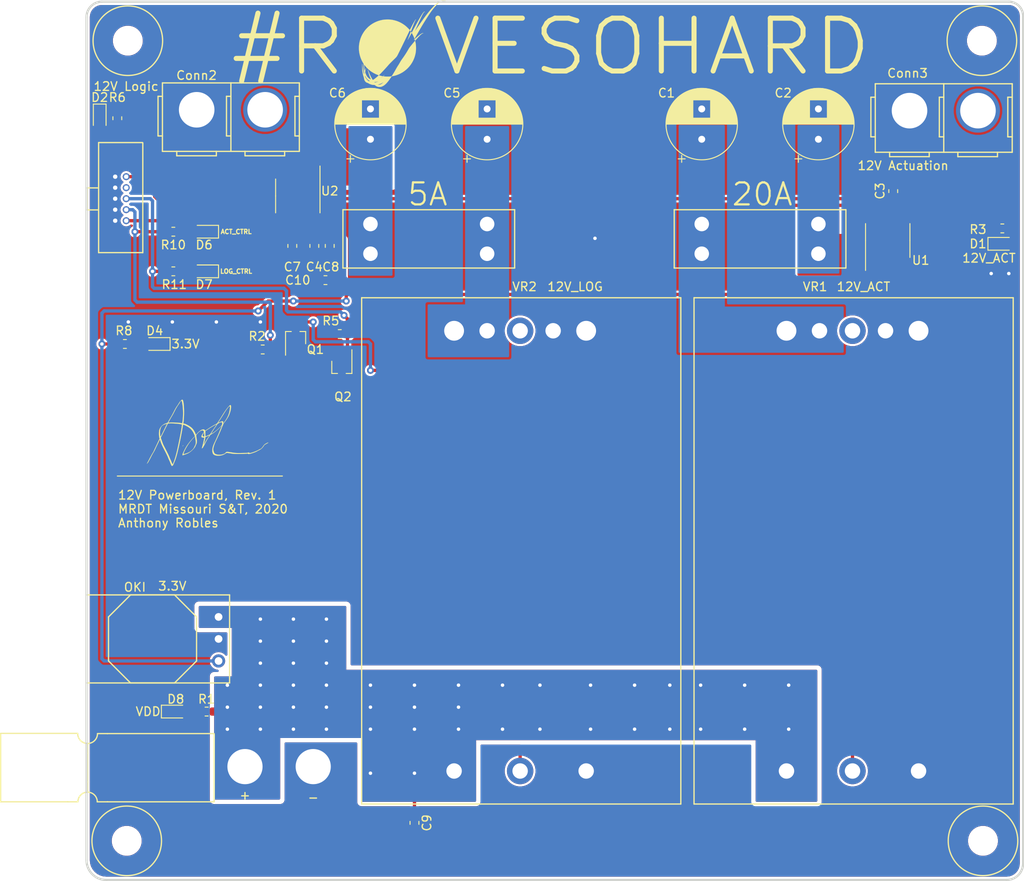
<source format=kicad_pcb>
(kicad_pcb (version 20171130) (host pcbnew "(5.1.4)-1")
  (layers (0 F.Cu signal) (31 B.Cu signal) (34 B.Paste user) (35 F.Paste user) (36 B.SilkS user) (37 F.SilkS user) (38 B.Mask user) (39 F.Mask user) (44 Edge.Cuts user))
  (net 0 "")
  (net 1 GND)
  (net 2 "Net-(C1-Pad1)")
  (net 3 "Net-(C2-Pad1)")
  (net 4 "Net-(C3-Pad1)")
  (net 5 +3V3)
  (net 6 "Net-(C5-Pad1)")
  (net 7 "Net-(C6-Pad1)")
  (net 8 "Net-(C7-Pad1)")
  (net 9 LOG_CTRL)
  (net 10 "Net-(D1-Pad2)")
  (net 11 "Net-(D2-Pad2)")
  (net 12 "Net-(Q1-Pad3)")
  (net 13 "Net-(Q2-Pad3)")
  (net 14 "Net-(VR1-Pad6)")
  (net 15 "Net-(VR2-Pad6)")
  (net 16 VDD)
  (net 17 12V_LOG)
  (net 18 12V_ACT)
  (net 19 ACT_CTRL)
  (net 20 ACT_IMES)
  (net 21 LOG_IMES)
  (net 22 "Net-(D4-Pad2)")
  (net 23 "Net-(D6-Pad2)")
  (net 24 "Net-(D7-Pad2)")
  (net 25 "Net-(D8-Pad2)")
  (net 26 "Net-(Conn4-Pad4)")
  (module MRDT_Silkscreens:0_MRDT_Logo_10mm (layer F.Cu) (at 168.783 59.309)
    (fp_text reference G*** hide)
    (fp_text value LOGO hide)
  )
  (module MRDT_Drill_Holes:4_40_Hole_Corner (layer F.Cu) (at 231.775 155.321)
    (fp_text reference REF** hide)
    (fp_text value 4_40_Hole hide)
    (pad "" np_thru_hole circle (at 4.00812 -4.00812) (size 2.9464 2.9464) (drill 2.9464) (layers *.Cu *.Mask))
  )
  (module MRDT_Drill_Holes:4_40_Hole_Corner (layer F.Cu) (at 132.969 155.321)
    (fp_text reference REF** hide)
    (fp_text value 4_40_Hole hide)
    (pad "" np_thru_hole circle (at 4.00812 -4.00812) (size 2.9464 2.9464) (drill 2.9464) (layers *.Cu *.Mask))
  )
  (module MRDT_Drill_Holes:4_40_Hole_Corner (layer F.Cu) (at 231.648 62.992)
    (fp_text reference REF** hide)
    (fp_text value 4_40_Hole hide)
    (pad "" np_thru_hole circle (at 4.00812 -4.00812) (size 2.9464 2.9464) (drill 2.9464) (layers *.Cu *.Mask))
  )
  (module MRDT_Drill_Holes:4_40_Hole_Corner (layer F.Cu) (at 133.096 62.992)
    (fp_text reference REF** hide)
    (fp_text value 4_40_Hole hide)
    (pad "" np_thru_hole circle (at 4.00812 -4.00812) (size 2.9464 2.9464) (drill 2.9464) (layers *.Cu *.Mask))
  )
  (module PowerBoard_Hardware:z_sig_Anthony_Robles_15mmx8.2mm (layer F.Cu) (at 146.05 104.14)
    (fp_text reference G*** hide)
    (fp_text value LOGO hide)
  )
  (module MRDT_Connectors:JTAG_ARM_Connector_10_Pin (layer F.Cu) (at 135.636 74.676)
    (fp_text reference Conn4 hide)
    (fp_text value Male_Headers)
    (pad 10 thru_hole circle (at 1.28 5.08) (size 0.8 0.8) (drill 0.5) (layers *.Cu *.Mask) (net 21 LOG_IMES))
    (pad 9 thru_hole circle (at 0.01 5.08) (size 0.8 0.8) (drill 0.5) (layers *.Cu *.Mask) (net 1 GND))
    (pad 8 thru_hole circle (at 1.28 3.81) (size 0.8 0.8) (drill 0.5) (layers *.Cu *.Mask) (net 19 ACT_CTRL))
    (pad 7 thru_hole circle (at 0.01 3.81) (size 0.8 0.8) (drill 0.5) (layers *.Cu *.Mask) (net 1 GND))
    (pad 6 thru_hole circle (at 1.28 2.54) (size 0.8 0.8) (drill 0.5) (layers *.Cu *.Mask) (net 9 LOG_CTRL))
    (pad 5 thru_hole circle (at 0.01 2.54) (size 0.8 0.8) (drill 0.5) (layers *.Cu *.Mask) (net 1 GND))
    (pad 4 thru_hole circle (at 1.28 1.27) (size 0.8 0.8) (drill 0.5) (layers *.Cu *.Mask) (net 26 "Net-(Conn4-Pad4)"))
    (pad 3 thru_hole circle (at 0.01 1.27) (size 0.8 0.8) (drill 0.5) (layers *.Cu *.Mask) (net 1 GND))
    (pad 2 thru_hole circle (at 1.28 0) (size 0.8 0.8) (drill 0.5) (layers *.Cu *.Mask) (net 20 ACT_IMES))
    (pad 1 thru_hole circle (at 0.01 0) (size 0.8 0.8) (drill 0.5) (layers *.Cu *.Mask) (net 1 GND))
  )
  (module MRDT_Connectors:Anderson_2_Horizontal_Stacked (layer F.Cu) (at 150.622 142.748)
    (fp_text reference Conn1 hide)
    (fp_text value AndersonPP)
    (pad 1 thru_hole circle (at 7.874 0) (size 5.08 5.08) (drill 4.06) (layers *.Cu *.Mask F.Paste) (net 1 GND))
    (pad 4 thru_hole circle (at 0 0) (size 5.08 5.08) (drill 4.06) (layers *.Cu *.Mask F.Paste) (net 16 VDD))
  )
  (module MRDT_Devices:Q36SR12020NRFA (layer F.Cu) (at 200.914 147.066 90)
    (fp_text reference VR2 (at 59.69 -18.034 180) (layer F.SilkS))
    (fp_text value Q36SR12020NRFA)
    (pad 5 thru_hole circle (at 54.61 -14.732 90) (size 3.048 3.048) (drill 1.778) (layers *.Cu *.Mask) (net 1 GND))
    (pad 6 thru_hole circle (at 54.61 -18.542 90) (size 3.048 3.048) (drill 1.778) (layers *.Cu *.Mask) (net 15 "Net-(VR2-Pad6)"))
    (pad 7 thru_hole circle (at 54.61 -22.352 90) (size 3.048 3.048) (drill 1.778) (layers *.Cu *.Mask) (net 6 "Net-(C5-Pad1)"))
    (pad 8 thru_hole circle (at 54.61 -26.162 90) (size 3.81 3.81) (drill 2.286) (layers *.Cu *.Mask) (net 6 "Net-(C5-Pad1)"))
    (pad 4 thru_hole circle (at 54.61 -10.922 90) (size 3.81 3.81) (drill 2.286) (layers *.Cu *.Mask) (net 1 GND))
    (pad 1 thru_hole circle (at 3.81 -26.162 90) (size 3.048 3.048) (drill 1.778) (layers *.Cu *.Mask) (net 16 VDD))
    (pad 2 thru_hole circle (at 3.81 -18.542 90) (size 3.048 3.048) (drill 1.778) (layers *.Cu *.Mask) (net 13 "Net-(Q2-Pad3)"))
    (pad 3 thru_hole circle (at 3.81 -10.922 90) (size 3.048 3.048) (drill 1.778) (layers *.Cu *.Mask) (net 1 GND))
  )
  (module Package_TO_SOT_SMD:SOT-323_SC-70_Handsoldering (layer F.Cu) (at 161.798 96.647 270)
    (fp_text reference Q2 (at 3.429 -0.127 180) (layer F.SilkS))
    (fp_text value BSS138)
    (pad 1 smd rect (at -1.33 -0.65 180) (size 0.45 1.5) (layers F.Cu F.Paste F.Mask) (net 9 LOG_CTRL))
    (pad 2 smd rect (at -1.33 0.65 180) (size 0.45 1.5) (layers F.Cu F.Paste F.Mask) (net 1 GND))
    (pad 3 smd rect (at 1.33 0 180) (size 0.45 1.5) (layers F.Cu F.Paste F.Mask) (net 13 "Net-(Q2-Pad3)"))
  )
  (module Package_TO_SOT_SMD:SOT-323_SC-70_Handsoldering (layer F.Cu) (at 156.464 93.278 90)
    (fp_text reference Q1 (at -1.337 2.286 180) (layer F.SilkS))
    (fp_text value BSS138)
    (pad 3 smd rect (at 1.33 0) (size 0.45 1.5) (layers F.Cu F.Paste F.Mask) (net 12 "Net-(Q1-Pad3)"))
    (pad 2 smd rect (at -1.33 0.65) (size 0.45 1.5) (layers F.Cu F.Paste F.Mask) (net 1 GND))
    (pad 1 smd rect (at -1.33 -0.65) (size 0.45 1.5) (layers F.Cu F.Paste F.Mask) (net 19 ACT_CTRL))
  )
  (module Capacitor_THT:CP_Radial_D8.0mm_P3.50mm (layer F.Cu) (at 165.1 70.358 90)
    (fp_text reference C6 (at 5.334 -3.81 180) (layer F.SilkS))
    (fp_text value 330uF)
    (pad 2 thru_hole circle (at 3.5 0 90) (size 1.6 1.6) (drill 0.8) (layers *.Cu *.Mask) (net 1 GND))
    (pad 1 thru_hole rect (at 0 0 90) (size 1.6 1.6) (drill 0.8) (layers *.Cu *.Mask) (net 7 "Net-(C6-Pad1)"))
  )
  (module Capacitor_THT:CP_Radial_D8.0mm_P3.50mm (layer F.Cu) (at 178.562 70.358 90)
    (fp_text reference C5 (at 5.334 -4.064 180) (layer F.SilkS))
    (fp_text value 330uF)
    (pad 2 thru_hole circle (at 3.5 0 90) (size 1.6 1.6) (drill 0.8) (layers *.Cu *.Mask) (net 1 GND))
    (pad 1 thru_hole rect (at 0 0 90) (size 1.6 1.6) (drill 0.8) (layers *.Cu *.Mask) (net 6 "Net-(C5-Pad1)"))
  )
  (module Capacitor_THT:CP_Radial_D8.0mm_P3.50mm (layer F.Cu) (at 216.789 70.358 90)
    (fp_text reference C2 (at 5.334 -4.064 180) (layer F.SilkS))
    (fp_text value 330uF)
    (pad 2 thru_hole circle (at 3.5 0 90) (size 1.6 1.6) (drill 0.8) (layers *.Cu *.Mask) (net 1 GND))
    (pad 1 thru_hole rect (at 0 0 90) (size 1.6 1.6) (drill 0.8) (layers *.Cu *.Mask) (net 3 "Net-(C2-Pad1)"))
  )
  (module Capacitor_THT:CP_Radial_D8.0mm_P3.50mm (layer F.Cu) (at 203.327 70.358 90)
    (fp_text reference C1 (at 5.334 -4.064 180) (layer F.SilkS))
    (fp_text value 330uF)
    (pad 2 thru_hole circle (at 3.5 0 90) (size 1.6 1.6) (drill 0.8) (layers *.Cu *.Mask) (net 1 GND))
    (pad 1 thru_hole rect (at 0 0 90) (size 1.6 1.6) (drill 0.8) (layers *.Cu *.Mask) (net 2 "Net-(C1-Pad1)"))
  )
  (module MRDT_Devices:OKI_Horizontal (layer F.Cu) (at 148.844 122.936 270)
    (fp_text reference U5 hide)
    (fp_text value OKI (at -0.889 10.922 180) (layer F.SilkS))
    (pad 1 thru_hole circle (at 2.54 1.27 270) (size 1.524 1.524) (drill 0.889) (layers *.Cu *.Mask) (net 16 VDD))
    (pad 2 thru_hole circle (at 5.08 1.27 270) (size 1.524 1.524) (drill 0.889) (layers *.Cu *.Mask) (net 1 GND))
    (pad 3 thru_hole circle (at 7.62 1.27 270) (size 1.524 1.524) (drill 0.889) (layers *.Cu *.Mask) (net 5 +3V3))
  )
  (module Capacitor_SMD:C_0603_1608Metric_Pad1.05x0.95mm_HandSolder (layer F.Cu) (at 160.401 82.663 270)
    (fp_text reference C8 (at 2.427 -0.127 180) (layer F.SilkS))
    (fp_text value 0.1uF)
    (pad 2 smd roundrect (at 0.875 0 270) (size 1.05 0.95) (layers F.Cu F.Paste F.Mask) (net 1 GND))
    (pad 1 smd roundrect (at -0.875 0 270) (size 1.05 0.95) (layers F.Cu F.Paste F.Mask) (net 5 +3V3))
  )
  (module Capacitor_SMD:C_0603_1608Metric_Pad1.05x0.95mm_HandSolder (layer F.Cu) (at 156.083 82.663 270)
    (fp_text reference C7 (at 2.427 0 180) (layer F.SilkS))
    (fp_text value 1nF)
    (pad 2 smd roundrect (at 0.875 0 270) (size 1.05 0.95) (layers F.Cu F.Paste F.Mask) (net 1 GND))
    (pad 1 smd roundrect (at -0.875 0 270) (size 1.05 0.95) (layers F.Cu F.Paste F.Mask) (net 8 "Net-(C7-Pad1)"))
  )
  (module Capacitor_SMD:C_0603_1608Metric_Pad1.05x0.95mm_HandSolder (layer F.Cu) (at 158.623 82.663 270)
    (fp_text reference C4 (at 2.427 0 180) (layer F.SilkS))
    (fp_text value 0.1uF)
    (pad 2 smd roundrect (at 0.875 0 270) (size 1.05 0.95) (layers F.Cu F.Paste F.Mask) (net 1 GND))
    (pad 1 smd roundrect (at -0.875 0 270) (size 1.05 0.95) (layers F.Cu F.Paste F.Mask) (net 5 +3V3))
  )
  (module Capacitor_SMD:C_0603_1608Metric_Pad1.05x0.95mm_HandSolder (layer F.Cu) (at 225.425 76.341 90)
    (fp_text reference C3 (at 0.014 -1.524 90) (layer F.SilkS))
    (fp_text value 1nF)
    (pad 2 smd roundrect (at 0.875 0 90) (size 1.05 0.95) (layers F.Cu F.Paste F.Mask) (net 1 GND))
    (pad 1 smd roundrect (at -0.875 0 90) (size 1.05 0.95) (layers F.Cu F.Paste F.Mask) (net 4 "Net-(C3-Pad1)"))
  )
  (module MRDT_Connectors:Anderson_2_Vertical_Sidy_by_Side (layer F.Cu) (at 141.097 71.755)
    (fp_text reference Conn2 (at 3.937 -8.763) (layer F.SilkS))
    (fp_text value AndersonPP hide)
    (pad 2 thru_hole circle (at 11.85 -4.8 270) (size 5.08 5.08) (drill 4.104006) (layers *.Cu *.Mask) (net 17 12V_LOG))
    (pad 1 thru_hole circle (at 3.95 -4.8 270) (size 5.08 5.08) (drill 4.104006) (layers *.Cu *.Mask) (net 1 GND))
  )
  (module MRDT_Devices:Q36SR12020NRFA (layer F.Cu) (at 239.268 147.066 90)
    (fp_text reference VR1 (at 59.69 -22.86 180) (layer F.SilkS))
    (fp_text value Q36SR12020NRFA)
    (pad 5 thru_hole circle (at 54.61 -14.732 90) (size 3.048 3.048) (drill 1.778) (layers *.Cu *.Mask) (net 1 GND))
    (pad 6 thru_hole circle (at 54.61 -18.542 90) (size 3.048 3.048) (drill 1.778) (layers *.Cu *.Mask) (net 14 "Net-(VR1-Pad6)"))
    (pad 7 thru_hole circle (at 54.61 -22.352 90) (size 3.048 3.048) (drill 1.778) (layers *.Cu *.Mask) (net 2 "Net-(C1-Pad1)"))
    (pad 8 thru_hole circle (at 54.61 -26.162 90) (size 3.81 3.81) (drill 2.286) (layers *.Cu *.Mask) (net 2 "Net-(C1-Pad1)"))
    (pad 4 thru_hole circle (at 54.61 -10.922 90) (size 3.81 3.81) (drill 2.286) (layers *.Cu *.Mask) (net 1 GND))
    (pad 1 thru_hole circle (at 3.81 -26.162 90) (size 3.048 3.048) (drill 1.778) (layers *.Cu *.Mask) (net 16 VDD))
    (pad 2 thru_hole circle (at 3.81 -18.542 90) (size 3.048 3.048) (drill 1.778) (layers *.Cu *.Mask) (net 12 "Net-(Q1-Pad3)"))
    (pad 3 thru_hole circle (at 3.81 -10.922 90) (size 3.048 3.048) (drill 1.778) (layers *.Cu *.Mask) (net 1 GND))
  )
  (module Package_SO:SOIC-8_3.9x4.9mm_P1.27mm (layer F.Cu) (at 156.718 76.897 270)
    (fp_text reference U2 (at -0.57 -3.683 180) (layer F.SilkS))
    (fp_text value ACS711)
    (pad 8 smd roundrect (at 2.475 -1.905 270) (size 1.95 0.6) (layers F.Cu F.Paste F.Mask) (net 5 +3V3))
    (pad 7 smd roundrect (at 2.475 -0.635 270) (size 1.95 0.6) (layers F.Cu F.Paste F.Mask) (net 21 LOG_IMES))
    (pad 6 smd roundrect (at 2.475 0.635 270) (size 1.95 0.6) (layers F.Cu F.Paste F.Mask) (net 8 "Net-(C7-Pad1)"))
    (pad 5 smd roundrect (at 2.475 1.905 270) (size 1.95 0.6) (layers F.Cu F.Paste F.Mask) (net 1 GND))
    (pad 4 smd roundrect (at -2.475 1.905 270) (size 1.95 0.6) (layers F.Cu F.Paste F.Mask) (net 17 12V_LOG))
    (pad 3 smd roundrect (at -2.475 0.635 270) (size 1.95 0.6) (layers F.Cu F.Paste F.Mask) (net 17 12V_LOG))
    (pad 2 smd roundrect (at -2.475 -0.635 270) (size 1.95 0.6) (layers F.Cu F.Paste F.Mask) (net 7 "Net-(C6-Pad1)"))
    (pad 1 smd roundrect (at -2.475 -1.905 270) (size 1.95 0.6) (layers F.Cu F.Paste F.Mask) (net 7 "Net-(C6-Pad1)"))
  )
  (module Package_SO:SOIC-8_3.9x4.9mm_P1.27mm (layer F.Cu) (at 224.79 82.042 90)
    (fp_text reference U1 (at -2.286 3.81 180) (layer F.SilkS))
    (fp_text value ACS711)
    (pad 1 smd roundrect (at -2.475 -1.905 90) (size 1.95 0.6) (layers F.Cu F.Paste F.Mask) (net 3 "Net-(C2-Pad1)"))
    (pad 2 smd roundrect (at -2.475 -0.635 90) (size 1.95 0.6) (layers F.Cu F.Paste F.Mask) (net 3 "Net-(C2-Pad1)"))
    (pad 3 smd roundrect (at -2.475 0.635 90) (size 1.95 0.6) (layers F.Cu F.Paste F.Mask) (net 18 12V_ACT))
    (pad 4 smd roundrect (at -2.475 1.905 90) (size 1.95 0.6) (layers F.Cu F.Paste F.Mask) (net 18 12V_ACT))
    (pad 5 smd roundrect (at 2.475 1.905 90) (size 1.95 0.6) (layers F.Cu F.Paste F.Mask) (net 1 GND))
    (pad 6 smd roundrect (at 2.475 0.635 90) (size 1.95 0.6) (layers F.Cu F.Paste F.Mask) (net 4 "Net-(C3-Pad1)"))
    (pad 7 smd roundrect (at 2.475 -0.635 90) (size 1.95 0.6) (layers F.Cu F.Paste F.Mask) (net 20 ACT_IMES))
    (pad 8 smd roundrect (at 2.475 -1.905 90) (size 1.95 0.6) (layers F.Cu F.Paste F.Mask) (net 5 +3V3))
  )
  (module Resistor_SMD:R_0603_1608Metric_Pad1.05x0.95mm_HandSolder (layer F.Cu) (at 135.89 67.931 90)
    (fp_text reference R6 (at 2.399 0 180) (layer F.SilkS))
    (fp_text value 1K)
    (pad 2 smd roundrect (at 0.875 0 90) (size 1.05 0.95) (layers F.Cu F.Paste F.Mask) (net 17 12V_LOG))
    (pad 1 smd roundrect (at -0.875 0 90) (size 1.05 0.95) (layers F.Cu F.Paste F.Mask) (net 11 "Net-(D2-Pad2)"))
  )
  (module Resistor_SMD:R_0603_1608Metric_Pad1.05x0.95mm_HandSolder (layer F.Cu) (at 161.558 92.837 180)
    (fp_text reference R5 (at 1.03 1.524) (layer F.SilkS))
    (fp_text value 10K)
    (pad 1 smd roundrect (at -0.875 0 180) (size 1.05 0.95) (layers F.Cu F.Paste F.Mask) (net 9 LOG_CTRL))
    (pad 2 smd roundrect (at 0.875 0 180) (size 1.05 0.95) (layers F.Cu F.Paste F.Mask) (net 1 GND))
  )
  (module Resistor_SMD:R_0603_1608Metric_Pad1.05x0.95mm_HandSolder (layer F.Cu) (at 238.012 80.645 180)
    (fp_text reference R3 (at 2.808 -0.127) (layer F.SilkS))
    (fp_text value 1K)
    (pad 2 smd roundrect (at 0.875 0 180) (size 1.05 0.95) (layers F.Cu F.Paste F.Mask) (net 18 12V_ACT))
    (pad 1 smd roundrect (at -0.875 0 180) (size 1.05 0.95) (layers F.Cu F.Paste F.Mask) (net 10 "Net-(D1-Pad2)"))
  )
  (module Resistor_SMD:R_0603_1608Metric_Pad1.05x0.95mm_HandSolder (layer F.Cu) (at 152.668 94.615 180)
    (fp_text reference R2 (at 0.649 1.524) (layer F.SilkS))
    (fp_text value 10K)
    (pad 2 smd roundrect (at 0.875 0 180) (size 1.05 0.95) (layers F.Cu F.Paste F.Mask) (net 1 GND))
    (pad 1 smd roundrect (at -0.875 0 180) (size 1.05 0.95) (layers F.Cu F.Paste F.Mask) (net 19 ACT_CTRL))
  )
  (module MRDT_Passives:ATC_Fuse_Block (layer F.Cu) (at 181.737 78.486 180)
    (fp_text reference F2 hide)
    (fp_text value 5A (at 10.033 1.778) (layer F.SilkS) (effects (font (size 2.54 2.54) (thickness 0.254))))
    (pad 1 thru_hole circle (at 3.175 -1.651 180) (size 2.8194 2.8194) (drill 1.6764) (layers *.Cu *.Mask) (net 6 "Net-(C5-Pad1)"))
    (pad 1 thru_hole circle (at 3.175 -5.08 180) (size 2.8194 2.8194) (drill 1.6764) (layers *.Cu *.Mask) (net 6 "Net-(C5-Pad1)"))
    (pad 2 thru_hole circle (at 16.637 -5.08 180) (size 2.8194 2.8194) (drill 1.6764) (layers *.Cu *.Mask) (net 7 "Net-(C6-Pad1)"))
    (pad 2 thru_hole circle (at 16.637 -1.651 180) (size 2.8194 2.8194) (drill 1.6764) (layers *.Cu *.Mask) (net 7 "Net-(C6-Pad1)"))
  )
  (module MRDT_Passives:ATC_Fuse_Block (layer F.Cu) (at 200.152 85.217)
    (fp_text reference F1 hide)
    (fp_text value 20A (at 10.16 -8.509) (layer F.SilkS) (effects (font (size 2.54 2.54) (thickness 0.254))))
    (pad 1 thru_hole circle (at 3.175 -1.651) (size 2.8194 2.8194) (drill 1.6764) (layers *.Cu *.Mask) (net 2 "Net-(C1-Pad1)"))
    (pad 1 thru_hole circle (at 3.175 -5.08) (size 2.8194 2.8194) (drill 1.6764) (layers *.Cu *.Mask) (net 2 "Net-(C1-Pad1)"))
    (pad 2 thru_hole circle (at 16.637 -5.08) (size 2.8194 2.8194) (drill 1.6764) (layers *.Cu *.Mask) (net 3 "Net-(C2-Pad1)"))
    (pad 2 thru_hole circle (at 16.637 -1.651) (size 2.8194 2.8194) (drill 1.6764) (layers *.Cu *.Mask) (net 3 "Net-(C2-Pad1)"))
  )
  (module LED_SMD:LED_0603_1608Metric_Pad1.05x0.95mm_HandSolder (layer F.Cu) (at 133.858 67.959 270)
    (fp_text reference D2 (at -2.427 0 180) (layer F.SilkS))
    (fp_text value LED)
    (pad 2 smd roundrect (at 0.875 0 270) (size 1.05 0.95) (layers F.Cu F.Paste F.Mask) (net 11 "Net-(D2-Pad2)"))
    (pad 1 smd roundrect (at -0.875 0 270) (size 1.05 0.95) (layers F.Cu F.Paste F.Mask) (net 1 GND))
  )
  (module LED_SMD:LED_0603_1608Metric_Pad1.05x0.95mm_HandSolder (layer F.Cu) (at 238.012 82.423)
    (fp_text reference D1 (at -2.808 0) (layer F.SilkS))
    (fp_text value LED)
    (pad 2 smd roundrect (at 0.875 0) (size 1.05 0.95) (layers F.Cu F.Paste F.Mask) (net 10 "Net-(D1-Pad2)"))
    (pad 1 smd roundrect (at -0.875 0) (size 1.05 0.95) (layers F.Cu F.Paste F.Mask) (net 1 GND))
  )
  (module Capacitor_SMD:C_0603_1608Metric_Pad1.05x0.95mm_HandSolder (layer F.Cu) (at 170.18 149.239 270)
    (fp_text reference C9 (at 0 -1.43 90) (layer F.SilkS))
    (fp_text value 10uF)
    (pad 2 smd roundrect (at 0.875 0 270) (size 1.05 0.95) (layers F.Cu F.Paste F.Mask) (net 1 GND))
    (pad 1 smd roundrect (at -0.875 0 270) (size 1.05 0.95) (layers F.Cu F.Paste F.Mask) (net 16 VDD))
  )
  (module Capacitor_SMD:C_0603_1608Metric_Pad1.05x0.95mm_HandSolder (layer F.Cu) (at 159.907 86.614 180)
    (fp_text reference C10 (at 3.189 0) (layer F.SilkS))
    (fp_text value 10uF)
    (pad 1 smd roundrect (at -0.875 0 180) (size 1.05 0.95) (layers F.Cu F.Paste F.Mask) (net 5 +3V3))
    (pad 2 smd roundrect (at 0.875 0 180) (size 1.05 0.95) (layers F.Cu F.Paste F.Mask) (net 1 GND))
  )
  (module MRDT_Connectors:Anderson_2_Vertical_Sidy_by_Side (layer F.Cu) (at 223.354 71.856)
    (fp_text reference Conn3 (at 3.722 -9.118) (layer F.SilkS))
    (fp_text value AndersonPP hide)
    (pad 1 thru_hole circle (at 3.95 -4.8 270) (size 5.08 5.08) (drill 4.104006) (layers *.Cu *.Mask) (net 1 GND))
    (pad 2 thru_hole circle (at 11.85 -4.8 270) (size 5.08 5.08) (drill 4.104006) (layers *.Cu *.Mask) (net 18 12V_ACT))
  )
  (module LED_SMD:LED_0603_1608Metric_Pad1.05x0.95mm_HandSolder (layer F.Cu) (at 140.321 93.98 180)
    (fp_text reference D4 (at 0.113 1.524) (layer F.SilkS))
    (fp_text value LED)
    (pad 1 smd roundrect (at -0.875 0 180) (size 1.05 0.95) (layers F.Cu F.Paste F.Mask) (net 1 GND))
    (pad 2 smd roundrect (at 0.875 0 180) (size 1.05 0.95) (layers F.Cu F.Paste F.Mask) (net 22 "Net-(D4-Pad2)"))
  )
  (module LED_SMD:LED_0603_1608Metric_Pad1.05x0.95mm_HandSolder (layer F.Cu) (at 145.909 81.026 180)
    (fp_text reference D6 (at 0 -1.524) (layer F.SilkS))
    (fp_text value LED)
    (pad 1 smd roundrect (at -0.875 0 180) (size 1.05 0.95) (layers F.Cu F.Paste F.Mask) (net 1 GND))
    (pad 2 smd roundrect (at 0.875 0 180) (size 1.05 0.95) (layers F.Cu F.Paste F.Mask) (net 23 "Net-(D6-Pad2)"))
  )
  (module LED_SMD:LED_0603_1608Metric_Pad1.05x0.95mm_HandSolder (layer F.Cu) (at 145.909 85.598 180)
    (fp_text reference D7 (at 0 -1.524) (layer F.SilkS))
    (fp_text value LED)
    (pad 2 smd roundrect (at 0.875 0 180) (size 1.05 0.95) (layers F.Cu F.Paste F.Mask) (net 24 "Net-(D7-Pad2)"))
    (pad 1 smd roundrect (at -0.875 0 180) (size 1.05 0.95) (layers F.Cu F.Paste F.Mask) (net 1 GND))
  )
  (module Resistor_SMD:R_0603_1608Metric_Pad1.05x0.95mm_HandSolder (layer F.Cu) (at 136.765 93.98 180)
    (fp_text reference R8 (at 0.113 1.524) (layer F.SilkS))
    (fp_text value 1K)
    (pad 1 smd roundrect (at -0.875 0 180) (size 1.05 0.95) (layers F.Cu F.Paste F.Mask) (net 22 "Net-(D4-Pad2)"))
    (pad 2 smd roundrect (at 0.875 0 180) (size 1.05 0.95) (layers F.Cu F.Paste F.Mask) (net 5 +3V3))
  )
  (module Resistor_SMD:R_0603_1608Metric_Pad1.05x0.95mm_HandSolder (layer F.Cu) (at 142.353 81.026 180)
    (fp_text reference R10 (at 0 -1.524) (layer F.SilkS))
    (fp_text value 1K)
    (pad 1 smd roundrect (at -0.875 0 180) (size 1.05 0.95) (layers F.Cu F.Paste F.Mask) (net 23 "Net-(D6-Pad2)"))
    (pad 2 smd roundrect (at 0.875 0 180) (size 1.05 0.95) (layers F.Cu F.Paste F.Mask) (net 19 ACT_CTRL))
  )
  (module Resistor_SMD:R_0603_1608Metric_Pad1.05x0.95mm_HandSolder (layer F.Cu) (at 142.353 85.598 180)
    (fp_text reference R11 (at -0.113 -1.524) (layer F.SilkS))
    (fp_text value 1K)
    (pad 1 smd roundrect (at -0.875 0 180) (size 1.05 0.95) (layers F.Cu F.Paste F.Mask) (net 24 "Net-(D7-Pad2)"))
    (pad 2 smd roundrect (at 0.875 0 180) (size 1.05 0.95) (layers F.Cu F.Paste F.Mask) (net 9 LOG_CTRL))
  )
  (module LED_SMD:LED_0603_1608Metric_Pad1.05x0.95mm_HandSolder (layer F.Cu) (at 142.635 136.398)
    (fp_text reference D8 (at 0 -1.43) (layer F.SilkS))
    (fp_text value LED)
    (pad 1 smd roundrect (at -0.875 0) (size 1.05 0.95) (layers F.Cu F.Paste F.Mask) (net 1 GND))
    (pad 2 smd roundrect (at 0.875 0) (size 1.05 0.95) (layers F.Cu F.Paste F.Mask) (net 25 "Net-(D8-Pad2)"))
  )
  (module Resistor_SMD:R_0603_1608Metric_Pad1.05x0.95mm_HandSolder (layer F.Cu) (at 146.191 136.398)
    (fp_text reference R1 (at 0 -1.43) (layer F.SilkS))
    (fp_text value 2.5K)
    (pad 1 smd roundrect (at -0.875 0) (size 1.05 0.95) (layers F.Cu F.Paste F.Mask) (net 25 "Net-(D8-Pad2)"))
    (pad 2 smd roundrect (at 0.875 0) (size 1.05 0.95) (layers F.Cu F.Paste F.Mask) (net 16 VDD))
  )
  (gr_text "#R  VESOHARD" (at 185.928 59.69) (layer F.SilkS) (effects (font (size 6.096 6.604) (thickness 0.5842))))
  (gr_text 12V_ACT (at 221.996 87.376) (layer F.SilkS) (effects (font (size 1 1))))
  (gr_text 12V_LOG (at 188.722 87.376) (layer F.SilkS) (effects (font (size 1 1))))
  (gr_line (start 135.89 109.22) (end 154.94 109.22) (layer F.SilkS) (width 0.12))
  (gr_text - (at 158.496 146.304) (layer F.SilkS) (effects (font (size 1 1))))
  (gr_text "+\n" (at 150.622 146.05) (layer F.SilkS) (effects (font (size 1 1))))
  (gr_text VDD (at 139.446 136.398) (layer F.SilkS) (effects (font (size 1 1))))
  (gr_text 3.3V (at 142.24 121.92) (layer F.SilkS) (effects (font (size 1 1))))
  (gr_text "3.3V\n" (at 143.764 93.98) (layer F.SilkS) (effects (font (size 1 1))))
  (gr_text LOG_CTRL (at 149.606 85.598) (layer F.SilkS) (effects (font (size 0.508 0.508) (thickness 0.127))))
  (gr_text ACT_CTRL (at 149.606 81.026) (layer F.SilkS) (effects (font (size 0.508 0.508) (thickness 0.127))))
  (gr_line (start 134.62 155.829) (end 238.506 155.829) (layer Edge.Cuts) (width 0.254))
  (gr_text 12V_ACT (at 236.474 84.074) (layer F.SilkS) (effects (font (size 1 1))))
  (gr_arc (start 238.76 56.134) (end 240.411 56.134) (angle -90) (layer Edge.Cuts) (width 0.254))
  (gr_arc (start 238.506 153.924) (end 238.506 155.829) (angle -90) (layer Edge.Cuts) (width 0.254))
  (gr_arc (start 134.62 153.543) (end 132.334 153.543) (angle -90) (layer Edge.Cuts) (width 0.254))
  (gr_arc (start 134.112 56.261) (end 134.112 54.483) (angle -90) (layer Edge.Cuts) (width 0.254))
  (gr_line (start 238.76 54.483) (end 134.112 54.483) (layer Edge.Cuts) (width 0.254))
  (gr_line (start 240.411 153.924) (end 240.411 56.134) (layer Edge.Cuts) (width 0.254))
  (gr_text "12V Logic" (at 136.906 64.262) (layer F.SilkS) (effects (font (size 1 1))))
  (gr_text "12V Actuation" (at 226.568 73.406) (layer F.SilkS) (effects (font (size 1 1))))
  (gr_line (start 132.334 153.543) (end 132.334 56.261) (layer Edge.Cuts) (width 0.254))
  (gr_text "12V Powerboard, Rev. 1\nMRDT Missouri S&T, 2020\nAnthony Robles" (at 135.89 113.03) (layer F.SilkS) (effects (font (size 1 1)) (justify left)))
  (via (at 137.16 91.44) (size 0.8) (drill 0.4) (layers F.Cu B.Cu) (net 1))
  (via (at 142.24 91.44) (size 0.8) (drill 0.4) (layers F.Cu B.Cu) (net 1))
  (via (at 147.32 91.44) (size 0.8) (drill 0.4) (layers F.Cu B.Cu) (net 1))
  (via (at 152.4 91.44) (size 0.8) (drill 0.4) (layers F.Cu B.Cu) (net 1))
  (via (at 236.728 85.852) (size 0.8) (drill 0.4) (layers F.Cu B.Cu) (net 1))
  (via (at 238.76 85.852) (size 0.8) (drill 0.4) (layers F.Cu B.Cu) (net 1))
  (via (at 191.008 81.788) (size 0.8) (drill 0.4) (layers F.Cu B.Cu) (net 1))
  (segment (start 225.425 79.567) (end 225.425 77.216) (width 0.381) (layer F.Cu) (net 4))
  (segment (start 162.052 88.011) (end 162.306 88.265) (width 0.381) (layer F.Cu) (net 5))
  (segment (start 158.623 81.788) (end 161.925 81.788) (width 0.381) (layer F.Cu) (net 5))
  (segment (start 161.925 81.788) (end 162.052 81.915) (width 0.381) (layer F.Cu) (net 5))
  (segment (start 158.623 81.788) (end 158.623 79.372) (width 0.381) (layer F.Cu) (net 5))
  (via (at 162.306 89.027) (size 0.8) (drill 0.4) (layers F.Cu B.Cu) (net 5))
  (segment (start 162.306 88.265) (end 162.306 89.027) (width 0.381) (layer F.Cu) (net 5))
  (via (at 156.203509 89.027) (size 0.8) (drill 0.4) (layers F.Cu B.Cu) (net 5))
  (segment (start 162.306 89.027) (end 156.203509 89.027) (width 0.381) (layer B.Cu) (net 5))
  (segment (start 156.203509 89.027) (end 154.051 89.027) (width 0.381) (layer F.Cu) (net 5))
  (segment (start 154.051 89.027) (end 153.289 89.027) (width 0.381) (layer F.Cu) (net 5))
  (via (at 152.146 90.17) (size 0.8) (drill 0.4) (layers F.Cu B.Cu) (net 5))
  (segment (start 153.289 89.027) (end 152.146 90.17) (width 0.381) (layer F.Cu) (net 5))
  (segment (start 134.366 90.17) (end 134.112 90.424) (width 0.381) (layer B.Cu) (net 5))
  (segment (start 152.146 90.17) (end 134.366 90.17) (width 0.381) (layer B.Cu) (net 5))
  (segment (start 162.052 81.915) (end 162.052 86.614) (width 0.381) (layer F.Cu) (net 5))
  (segment (start 162.052 86.614) (end 162.052 88.011) (width 0.381) (layer F.Cu) (net 5))
  (segment (start 160.782 86.614) (end 162.052 86.614) (width 0.381) (layer F.Cu) (net 5))
  (via (at 134.112 93.98) (size 0.8) (drill 0.4) (layers F.Cu B.Cu) (net 5))
  (segment (start 135.89 93.98) (end 134.112 93.98) (width 0.381) (layer F.Cu) (net 5))
  (segment (start 134.112 90.424) (end 134.112 93.98) (width 0.381) (layer B.Cu) (net 5))
  (segment (start 134.112 93.98) (end 134.112 130.302) (width 0.381) (layer B.Cu) (net 5))
  (segment (start 134.366 130.556) (end 147.574 130.556) (width 0.381) (layer B.Cu) (net 5))
  (segment (start 134.112 130.302) (end 134.366 130.556) (width 0.381) (layer B.Cu) (net 5))
  (segment (start 221.553 79.567) (end 222.885 79.567) (width 0.381) (layer F.Cu) (net 5))
  (segment (start 221.234 79.248) (end 221.553 79.567) (width 0.381) (layer F.Cu) (net 5))
  (segment (start 221.234 78.232) (end 221.234 79.248) (width 0.381) (layer F.Cu) (net 5))
  (segment (start 212.979 88.265) (end 213.36 87.884) (width 0.381) (layer F.Cu) (net 5))
  (segment (start 162.306 88.265) (end 212.979 88.265) (width 0.381) (layer F.Cu) (net 5))
  (segment (start 213.36 87.884) (end 213.36 78.232) (width 0.381) (layer F.Cu) (net 5))
  (segment (start 213.36 78.232) (end 213.614 77.978) (width 0.381) (layer F.Cu) (net 5))
  (segment (start 213.614 77.978) (end 220.98 77.978) (width 0.381) (layer F.Cu) (net 5))
  (segment (start 220.98 77.978) (end 221.234 78.232) (width 0.381) (layer F.Cu) (net 5))
  (segment (start 156.083 79.372) (end 156.083 81.788) (width 0.381) (layer F.Cu) (net 8))
  (segment (start 162.448 92.852) (end 162.433 92.837) (width 0.381) (layer F.Cu) (net 9))
  (segment (start 162.448 95.317) (end 162.448 92.852) (width 0.381) (layer F.Cu) (net 9))
  (via (at 162.052 90.678) (size 0.8) (drill 0.4) (layers F.Cu B.Cu) (net 9))
  (segment (start 162.433 92.837) (end 162.433 91.059) (width 0.381) (layer F.Cu) (net 9))
  (segment (start 162.433 91.059) (end 162.052 90.678) (width 0.381) (layer F.Cu) (net 9))
  (via (at 139.954 85.598) (size 0.8) (drill 0.4) (layers F.Cu B.Cu) (net 9))
  (segment (start 141.478 85.598) (end 139.954 85.598) (width 0.381) (layer F.Cu) (net 9))
  (segment (start 139.954 87.376) (end 139.954 85.598) (width 0.381) (layer B.Cu) (net 9))
  (segment (start 140.13499 87.55699) (end 139.954 87.376) (width 0.381) (layer B.Cu) (net 9))
  (segment (start 161.652001 90.278001) (end 155.593999 90.278001) (width 0.381) (layer B.Cu) (net 9))
  (segment (start 155.593999 90.278001) (end 155.413009 90.097011) (width 0.381) (layer B.Cu) (net 9))
  (segment (start 162.052 90.678) (end 161.652001 90.278001) (width 0.381) (layer B.Cu) (net 9))
  (segment (start 155.413009 90.097011) (end 155.413009 87.849009) (width 0.381) (layer B.Cu) (net 9))
  (segment (start 155.413009 87.849009) (end 155.12099 87.55699) (width 0.381) (layer B.Cu) (net 9))
  (segment (start 155.12099 87.55699) (end 140.13499 87.55699) (width 0.381) (layer B.Cu) (net 9))
  (segment (start 139.954 85.598) (end 139.954 77.47) (width 0.381) (layer B.Cu) (net 9))
  (segment (start 139.7 77.216) (end 136.916 77.216) (width 0.381) (layer B.Cu) (net 9))
  (segment (start 139.954 77.47) (end 139.7 77.216) (width 0.381) (layer B.Cu) (net 9))
  (segment (start 238.887 80.645) (end 238.887 82.423) (width 0.381) (layer F.Cu) (net 10))
  (segment (start 135.862 68.834) (end 135.89 68.806) (width 0.381) (layer F.Cu) (net 11))
  (segment (start 133.858 68.834) (end 135.862 68.834) (width 0.381) (layer F.Cu) (net 11))
  (segment (start 220.726 143.256) (end 220.726 128.524) (width 0.381) (layer F.Cu) (net 12))
  (segment (start 220.726 128.524) (end 220.726 128.27) (width 0.381) (layer F.Cu) (net 12))
  (segment (start 220.726 128.27) (end 220.472 128.016) (width 0.381) (layer F.Cu) (net 12))
  (segment (start 220.472 128.016) (end 171.196 128.016) (width 0.381) (layer F.Cu) (net 12))
  (segment (start 171.196 128.016) (end 170.942 127.762) (width 0.381) (layer F.Cu) (net 12))
  (segment (start 170.942 127.762) (end 170.942 97.536) (width 0.381) (layer F.Cu) (net 12))
  (via (at 165.1 97.028) (size 0.8) (drill 0.4) (layers F.Cu B.Cu) (net 12))
  (segment (start 170.942 97.536) (end 170.434 97.028) (width 0.381) (layer F.Cu) (net 12))
  (segment (start 170.434 97.028) (end 165.1 97.028) (width 0.381) (layer F.Cu) (net 12))
  (segment (start 164.846 93.726) (end 158.75 93.726) (width 0.381) (layer B.Cu) (net 12))
  (segment (start 165.1 97.028) (end 165.1 93.98) (width 0.381) (layer B.Cu) (net 12))
  (segment (start 165.1 93.98) (end 164.846 93.726) (width 0.381) (layer B.Cu) (net 12))
  (segment (start 158.75 93.726) (end 158.496 93.472) (width 0.381) (layer B.Cu) (net 12))
  (via (at 158.496 91.44) (size 0.8) (drill 0.4) (layers F.Cu B.Cu) (net 12))
  (segment (start 158.496 93.472) (end 158.496 91.44) (width 0.381) (layer B.Cu) (net 12))
  (segment (start 156.972 91.44) (end 156.464 91.948) (width 0.381) (layer F.Cu) (net 12))
  (segment (start 158.496 91.44) (end 156.972 91.44) (width 0.381) (layer F.Cu) (net 12))
  (segment (start 208.788 147.574) (end 217.678 147.574) (width 0.381) (layer F.Cu) (net 13))
  (segment (start 169.859 97.977) (end 161.798 97.977) (width 0.381) (layer F.Cu) (net 13))
  (segment (start 217.932 130.302) (end 217.678 130.048) (width 0.381) (layer F.Cu) (net 13))
  (segment (start 217.932 147.32) (end 217.932 130.302) (width 0.381) (layer F.Cu) (net 13))
  (segment (start 217.678 130.048) (end 170.434 130.048) (width 0.381) (layer F.Cu) (net 13))
  (segment (start 170.434 130.048) (end 170.18 129.794) (width 0.381) (layer F.Cu) (net 13))
  (segment (start 170.18 129.794) (end 170.18 98.298) (width 0.381) (layer F.Cu) (net 13))
  (segment (start 170.18 98.298) (end 169.859 97.977) (width 0.381) (layer F.Cu) (net 13))
  (segment (start 208.534 140.97) (end 208.534 147.32) (width 0.381) (layer F.Cu) (net 13))
  (segment (start 208.28 140.716) (end 208.534 140.97) (width 0.381) (layer F.Cu) (net 13))
  (segment (start 182.756739 140.716) (end 208.28 140.716) (width 0.381) (layer F.Cu) (net 13))
  (segment (start 182.372 143.256) (end 182.372 141.100739) (width 0.381) (layer F.Cu) (net 13))
  (segment (start 182.372 141.100739) (end 182.756739 140.716) (width 0.381) (layer F.Cu) (net 13))
  (segment (start 217.678 147.574) (end 217.932 147.32) (width 0.381) (layer F.Cu) (net 13))
  (segment (start 208.788 147.574) (end 208.534 147.32) (width 0.381) (layer F.Cu) (net 13))
  (via (at 160.02 138.43) (size 0.8) (drill 0.4) (layers F.Cu B.Cu) (net 16))
  (via (at 160.02 133.35) (size 0.8) (drill 0.4) (layers F.Cu B.Cu) (net 16))
  (via (at 184.658 138.43) (size 0.8) (drill 0.4) (layers F.Cu B.Cu) (net 16))
  (via (at 190.5 138.43) (size 0.8) (drill 0.4) (layers F.Cu B.Cu) (net 16))
  (via (at 195.58 138.43) (size 0.8) (drill 0.4) (layers F.Cu B.Cu) (net 16))
  (via (at 203.2 138.43) (size 0.8) (drill 0.4) (layers F.Cu B.Cu) (net 16))
  (via (at 208.28 138.43) (size 0.8) (drill 0.4) (layers F.Cu B.Cu) (net 16))
  (via (at 213.36 138.43) (size 0.8) (drill 0.4) (layers F.Cu B.Cu) (net 16))
  (via (at 213.36 133.35) (size 0.8) (drill 0.4) (layers F.Cu B.Cu) (net 16))
  (via (at 208.28 133.35) (size 0.8) (drill 0.4) (layers F.Cu B.Cu) (net 16))
  (via (at 203.2 133.35) (size 0.8) (drill 0.4) (layers F.Cu B.Cu) (net 16))
  (via (at 195.58 133.35) (size 0.8) (drill 0.4) (layers F.Cu B.Cu) (net 16))
  (via (at 190.5 133.35) (size 0.8) (drill 0.4) (layers F.Cu B.Cu) (net 16))
  (via (at 184.658 133.35) (size 0.8) (drill 0.4) (layers F.Cu B.Cu) (net 16))
  (via (at 199.644 133.35) (size 0.8) (drill 0.4) (layers F.Cu B.Cu) (net 16))
  (via (at 199.644 138.43) (size 0.8) (drill 0.4) (layers F.Cu B.Cu) (net 16))
  (via (at 180.34 133.35) (size 0.8) (drill 0.4) (layers F.Cu B.Cu) (net 16))
  (via (at 180.34 138.43) (size 0.8) (drill 0.4) (layers F.Cu B.Cu) (net 16))
  (via (at 175.26 138.43) (size 0.8) (drill 0.4) (layers F.Cu B.Cu) (net 16))
  (via (at 170.18 138.43) (size 0.8) (drill 0.4) (layers F.Cu B.Cu) (net 16))
  (via (at 170.18 133.35) (size 0.8) (drill 0.4) (layers F.Cu B.Cu) (net 16))
  (via (at 175.26 133.35) (size 0.8) (drill 0.4) (layers F.Cu B.Cu) (net 16))
  (via (at 165.1 133.35) (size 0.8) (drill 0.4) (layers F.Cu B.Cu) (net 16))
  (via (at 165.1 138.43) (size 0.8) (drill 0.4) (layers F.Cu B.Cu) (net 16))
  (via (at 165.1 143.51) (size 0.8) (drill 0.4) (layers F.Cu B.Cu) (net 16))
  (via (at 170.18 143.51) (size 0.8) (drill 0.4) (layers F.Cu B.Cu) (net 16))
  (via (at 152.4 133.35) (size 0.8) (drill 0.4) (layers F.Cu B.Cu) (net 16))
  (via (at 152.4 138.43) (size 0.8) (drill 0.4) (layers F.Cu B.Cu) (net 16))
  (via (at 148.59 138.43) (size 0.8) (drill 0.4) (layers F.Cu B.Cu) (net 16))
  (via (at 148.59 133.35) (size 0.8) (drill 0.4) (layers F.Cu B.Cu) (net 16))
  (via (at 148.59 135.89) (size 0.8) (drill 0.4) (layers F.Cu B.Cu) (net 16))
  (via (at 152.4 135.89) (size 0.8) (drill 0.4) (layers F.Cu B.Cu) (net 16))
  (segment (start 170.18 148.364) (end 170.18 146.304) (width 0.381) (layer F.Cu) (net 16))
  (via (at 160.02 135.89) (size 0.8) (drill 0.4) (layers F.Cu B.Cu) (net 16))
  (via (at 165.1 135.89) (size 0.8) (drill 0.4) (layers F.Cu B.Cu) (net 16))
  (via (at 170.18 135.89) (size 0.8) (drill 0.4) (layers F.Cu B.Cu) (net 16))
  (via (at 175.26 135.89) (size 0.8) (drill 0.4) (layers F.Cu B.Cu) (net 16))
  (via (at 152.4 130.81) (size 0.8) (drill 0.4) (layers F.Cu B.Cu) (net 16))
  (via (at 160.02 130.81) (size 0.8) (drill 0.4) (layers F.Cu B.Cu) (net 16))
  (via (at 156.21 130.81) (size 0.8) (drill 0.4) (layers F.Cu B.Cu) (net 16))
  (via (at 156.21 133.35) (size 0.8) (drill 0.4) (layers F.Cu B.Cu) (net 16))
  (via (at 156.21 135.89) (size 0.8) (drill 0.4) (layers F.Cu B.Cu) (net 16))
  (via (at 156.21 138.43) (size 0.8) (drill 0.4) (layers F.Cu B.Cu) (net 16))
  (via (at 152.4 128.27) (size 0.8) (drill 0.4) (layers F.Cu B.Cu) (net 16))
  (via (at 152.4 125.73) (size 0.8) (drill 0.4) (layers F.Cu B.Cu) (net 16))
  (via (at 156.21 125.73) (size 0.8) (drill 0.4) (layers F.Cu B.Cu) (net 16))
  (via (at 156.21 128.27) (size 0.8) (drill 0.4) (layers F.Cu B.Cu) (net 16))
  (via (at 160.02 128.27) (size 0.8) (drill 0.4) (layers F.Cu B.Cu) (net 16))
  (via (at 160.02 125.73) (size 0.8) (drill 0.4) (layers F.Cu B.Cu) (net 16))
  (segment (start 135.89 67.056) (end 136.906 67.056) (width 0.381) (layer F.Cu) (net 17))
  (segment (start 136.906 67.056) (end 137.16 67.31) (width 0.381) (layer F.Cu) (net 17))
  (segment (start 137.16 67.31) (end 137.16 69.85) (width 0.381) (layer F.Cu) (net 17))
  (segment (start 137.16 69.85) (end 137.414 70.104) (width 0.381) (layer F.Cu) (net 17))
  (segment (start 137.414 70.104) (end 137.668 70.358) (width 0.381) (layer F.Cu) (net 17))
  (segment (start 137.668 70.358) (end 149.606 70.358) (width 0.381) (layer F.Cu) (net 17))
  (segment (start 153.543 94.615) (end 155.769 94.615) (width 0.381) (layer F.Cu) (net 19))
  (segment (start 153.543 92.964) (end 153.543 92.964) (width 0.381) (layer B.Cu) (net 19))
  (via (at 153.543 92.964) (size 0.8) (drill 0.4) (layers F.Cu B.Cu) (net 19))
  (segment (start 153.543 92.964) (end 153.543 94.615) (width 0.381) (layer F.Cu) (net 19))
  (segment (start 138.176 89.154) (end 137.922 88.9) (width 0.381) (layer B.Cu) (net 19))
  (via (at 137.922 81.026) (size 0.8) (drill 0.4) (layers F.Cu B.Cu) (net 19))
  (segment (start 137.922 88.9) (end 137.922 82.55) (width 0.381) (layer B.Cu) (net 19))
  (segment (start 137.922 81.026) (end 141.478 81.026) (width 0.381) (layer F.Cu) (net 19))
  (segment (start 153.416 89.154) (end 138.176 89.154) (width 0.381) (layer B.Cu) (net 19))
  (segment (start 153.543 92.964) (end 153.543 89.281) (width 0.381) (layer B.Cu) (net 19))
  (segment (start 153.543 89.281) (end 153.416 89.154) (width 0.381) (layer B.Cu) (net 19))
  (segment (start 137.668 78.486) (end 136.916 78.486) (width 0.381) (layer B.Cu) (net 19))
  (segment (start 137.922 82.55) (end 137.922 78.74) (width 0.381) (layer B.Cu) (net 19))
  (segment (start 137.922 78.74) (end 137.668 78.486) (width 0.381) (layer B.Cu) (net 19))
  (segment (start 224.155 77.597) (end 224.155 79.567) (width 0.381) (layer F.Cu) (net 20))
  (segment (start 139.954 74.676) (end 140.208 74.93) (width 0.381) (layer F.Cu) (net 20))
  (segment (start 136.916 74.676) (end 139.954 74.676) (width 0.381) (layer F.Cu) (net 20))
  (segment (start 140.208 74.93) (end 140.208 76.962) (width 0.381) (layer F.Cu) (net 20))
  (segment (start 140.208 76.962) (end 140.462 77.216) (width 0.381) (layer F.Cu) (net 20))
  (segment (start 140.462 77.216) (end 223.774 77.216) (width 0.381) (layer F.Cu) (net 20))
  (segment (start 223.774 77.216) (end 224.155 77.597) (width 0.381) (layer F.Cu) (net 20))
  (segment (start 157.0625 78.0065) (end 141.99098 77.98298) (width 0.381) (layer F.Cu) (net 21))
  (segment (start 157.353 79.372) (end 157.353 78.297) (width 0.381) (layer F.Cu) (net 21))
  (segment (start 157.353 78.297) (end 157.0625 78.0065) (width 0.381) (layer F.Cu) (net 21))
  (segment (start 141.99098 77.98298) (end 141.72702 77.98298) (width 0.381) (layer F.Cu) (net 21))
  (segment (start 141.72702 77.98298) (end 141.478 78.232) (width 0.381) (layer F.Cu) (net 21))
  (segment (start 141.478 78.232) (end 141.478 79.502) (width 0.381) (layer F.Cu) (net 21))
  (segment (start 141.224 79.756) (end 136.916 79.756) (width 0.381) (layer F.Cu) (net 21))
  (segment (start 141.478 79.502) (end 141.224 79.756) (width 0.381) (layer F.Cu) (net 21))
  (segment (start 137.64 93.98) (end 139.446 93.98) (width 0.381) (layer F.Cu) (net 22))
  (segment (start 143.228 81.026) (end 145.034 81.026) (width 0.381) (layer F.Cu) (net 23))
  (segment (start 143.228 85.598) (end 145.034 85.598) (width 0.381) (layer F.Cu) (net 24))
  (segment (start 145.316 136.398) (end 143.51 136.398) (width 0.381) (layer F.Cu) (net 25))
  (zone (net 1) (net_name GND) (layer F.Cu) (connect_pads yes (clearance 0.254)) (min_thickness 0.254) (fill yes (arc_segments 32) (thermal_gap 0.254) (thermal_bridge_width 0.508) (smoothing fillet))
    (polygon (pts (xy 132.334 54.483) (xy 240.411 54.483) (xy 240.411 155.829) (xy 132.334 155.829)))
  )
  (zone (net 1) (net_name GND) (layer B.Cu) (connect_pads yes (clearance 0.254)) (min_thickness 0.254) (fill yes (arc_segments 32) (thermal_gap 0.254) (thermal_bridge_width 0.508))
    (polygon (pts (xy 132.334 54.483) (xy 240.411 54.483) (xy 240.411 155.829) (xy 132.334 155.829)))
  )
  (zone (net 3) (net_name "Net-(C2-Pad1)") (layer B.Cu) (priority 1) (connect_pads yes (clearance 0.254)) (min_thickness 0.254) (fill yes (arc_segments 32) (thermal_gap 0.254) (thermal_bridge_width 0.508))
    (polygon (pts (xy 214.376 68.707) (xy 219.202 68.707) (xy 219.202 85.852) (xy 214.376 85.852)))
  )
  (zone (net 2) (net_name "Net-(C1-Pad1)") (layer B.Cu) (priority 1) (connect_pads yes (clearance 0.254)) (min_thickness 0.254) (fill yes (arc_segments 32) (thermal_gap 0.254) (thermal_bridge_width 0.508))
    (polygon (pts (xy 219.71 89.662) (xy 219.71 94.996) (xy 200.66 94.996) (xy 200.66 68.707) (xy 205.994 68.707) (xy 205.994 89.662)))
  )
  (zone (net 16) (net_name VDD) (layer F.Cu) (priority 1) (connect_pads yes (clearance 0.508)) (min_thickness 0.254) (fill yes (arc_segments 32) (thermal_gap 0.508) (thermal_bridge_width 0.508))
    (polygon (pts (xy 164.084 146.812) (xy 164.084 139.446) (xy 159.385 139.446) (xy 154.686 139.446) (xy 154.686 146.558) (xy 147.066 146.558) (xy 147.066 139.446) (xy 147.066 132.334) (xy 149.098 132.334) (xy 149.098 126.746) (xy 145.288 126.746) (xy 145.288 124.206) (xy 162.306 124.206) (xy 162.306 131.572) (xy 177.292 131.572) (xy 193.421 131.572) (xy 216.662 131.572) (xy 216.662 146.812) (xy 209.55 146.812) (xy 209.55 139.7) (xy 177.292 139.7) (xy 177.292 146.812)))
  )
  (zone (net 16) (net_name VDD) (layer B.Cu) (priority 1) (connect_pads yes (clearance 0.508)) (min_thickness 0.254) (fill yes (arc_segments 32) (thermal_gap 0.508) (thermal_bridge_width 0.508))
    (polygon (pts (xy 145.288 124.206) (xy 145.288 126.746) (xy 149.098 126.746) (xy 149.098 132.334) (xy 147.066 132.334) (xy 147.066 146.558) (xy 154.686 146.558) (xy 154.686 139.446) (xy 164.084 139.446) (xy 164.084 146.812) (xy 177.292 146.812) (xy 177.292 139.7) (xy 209.55 139.7) (xy 209.55 146.812) (xy 216.662 146.812) (xy 216.662 131.572) (xy 177.292 131.572) (xy 162.306 131.572) (xy 162.306 124.206)))
  )
  (zone (net 18) (net_name 12V_ACT) (layer F.Cu) (priority 1) (connect_pads yes (clearance 0.254)) (min_thickness 0.254) (fill yes (arc_segments 32) (thermal_gap 0.254) (thermal_bridge_width 0.508))
    (polygon (pts (xy 239.014 64.008) (xy 231.902 64.008) (xy 231.902 78.232) (xy 231.902 79.756) (xy 230.378 79.756) (xy 230.378 81.28) (xy 227.838 81.28) (xy 225.044 81.28) (xy 225.044 86.106) (xy 235.712 86.106) (xy 235.712 81.534) (xy 237.998 81.534) (xy 237.998 79.756) (xy 239.014 79.756)))
  )
  (zone (net 6) (net_name "Net-(C5-Pad1)") (layer B.Cu) (priority 1) (connect_pads yes (clearance 0.254)) (min_thickness 0.254) (fill yes (arc_segments 32) (thermal_gap 0.254) (thermal_bridge_width 0.508) (smoothing fillet))
    (polygon (pts (xy 181.102 95.504) (xy 171.704 95.504) (xy 171.704 89.408) (xy 176.022 89.408) (xy 176.022 68.834) (xy 181.102 68.834)))
  )
  (zone (net 7) (net_name "Net-(C6-Pad1)") (layer B.Cu) (priority 1) (connect_pads yes (clearance 0.254)) (min_thickness 0.254) (fill yes (arc_segments 32) (thermal_gap 0.254) (thermal_bridge_width 0.508))
    (polygon (pts (xy 167.64 86.106) (xy 162.56 86.106) (xy 162.56 68.834) (xy 167.64 68.834)))
  )
  (zone (net 17) (net_name 12V_LOG) (layer F.Cu) (priority 1) (connect_pads yes (clearance 0.254)) (min_thickness 0.254) (fill yes (arc_segments 32) (thermal_gap 0.254) (thermal_bridge_width 0.508))
    (polygon (pts (xy 156.718 63.881) (xy 156.718 72.644) (xy 156.718 75.946) (xy 153.924 75.946) (xy 153.924 73.406) (xy 151.13 73.406) (xy 149.098 73.406) (xy 149.098 63.881) (xy 151.13 63.881)))
  )
  (zone (net 3) (net_name "Net-(C2-Pad1)") (layer F.Cu) (priority 1) (connect_pads yes (clearance 0.508)) (min_thickness 0.254) (fill yes (arc_segments 32) (thermal_gap 0.508) (thermal_bridge_width 0.508))
    (polygon (pts (xy 214.376 81.788) (xy 214.376 78.232) (xy 219.202 78.232) (xy 219.202 81.28) (xy 224.536 81.28) (xy 224.536 86.106) (xy 214.376 86.106)))
  )
  (zone (net 7) (net_name "Net-(C6-Pad1)") (layer F.Cu) (priority 1) (connect_pads yes (clearance 0.508)) (min_thickness 0.254) (fill yes (arc_segments 32) (thermal_gap 0.508) (thermal_bridge_width 0.508))
    (polygon (pts (xy 167.64 69.088) (xy 167.64 75.692) (xy 157.226 75.692) (xy 157.226 69.088)))
  )
)
</source>
